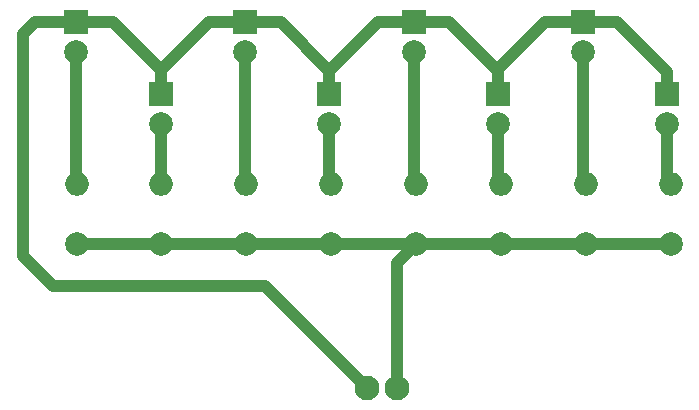
<source format=gbr>
%TF.GenerationSoftware,KiCad,Pcbnew,(6.0.1)*%
%TF.CreationDate,2023-11-08T16:04:03-05:00*%
%TF.ProjectId,Resistance1,52657369-7374-4616-9e63-65312e6b6963,rev?*%
%TF.SameCoordinates,Original*%
%TF.FileFunction,Copper,L1,Top*%
%TF.FilePolarity,Positive*%
%FSLAX46Y46*%
G04 Gerber Fmt 4.6, Leading zero omitted, Abs format (unit mm)*
G04 Created by KiCad (PCBNEW (6.0.1)) date 2023-11-08 16:04:03*
%MOMM*%
%LPD*%
G01*
G04 APERTURE LIST*
%TA.AperFunction,ComponentPad*%
%ADD10R,2.000000X2.000000*%
%TD*%
%TA.AperFunction,ComponentPad*%
%ADD11C,2.000000*%
%TD*%
%TA.AperFunction,ComponentPad*%
%ADD12O,2.000000X2.000000*%
%TD*%
%TA.AperFunction,ComponentPad*%
%ADD13C,2.100000*%
%TD*%
%TA.AperFunction,Conductor*%
%ADD14C,1.000000*%
%TD*%
%TA.AperFunction,Conductor*%
%ADD15C,0.250000*%
%TD*%
G04 APERTURE END LIST*
D10*
%TO.P,D3,1,K*%
%TO.N,Net-(D1-Pad1)*%
X180375571Y-69596000D03*
D11*
%TO.P,D3,2,A*%
%TO.N,Net-(R3-Pad2)*%
X180375571Y-72136000D03*
%TD*%
D10*
%TO.P,D5,1,K*%
%TO.N,Net-(D1-Pad1)*%
X194670713Y-69596000D03*
D11*
%TO.P,D5,2,A*%
%TO.N,Net-(R5-Pad2)*%
X194670713Y-72136000D03*
%TD*%
D10*
%TO.P,D1,1,K*%
%TO.N,Net-(D1-Pad1)*%
X166080429Y-69596000D03*
D11*
%TO.P,D1,2,A*%
%TO.N,Net-(R1-Pad2)*%
X166080429Y-72136000D03*
%TD*%
D10*
%TO.P,D8,1,K*%
%TO.N,Net-(D1-Pad1)*%
X216113429Y-75692000D03*
D11*
%TO.P,D8,2,A*%
%TO.N,Net-(R8-Pad2)*%
X216113429Y-78232000D03*
%TD*%
D10*
%TO.P,D7,1,K*%
%TO.N,Net-(D1-Pad1)*%
X208965855Y-69596000D03*
D11*
%TO.P,D7,2,A*%
%TO.N,Net-(R7-Pad2)*%
X208965855Y-72136000D03*
%TD*%
D10*
%TO.P,D6,1,K*%
%TO.N,Net-(D1-Pad1)*%
X201818284Y-75692000D03*
D11*
%TO.P,D6,2,A*%
%TO.N,Net-(R6-Pad2)*%
X201818284Y-78232000D03*
%TD*%
D10*
%TO.P,D4,1,K*%
%TO.N,Net-(D1-Pad1)*%
X187523142Y-75692000D03*
D11*
%TO.P,D4,2,A*%
%TO.N,Net-(R4-Pad2)*%
X187523142Y-78232000D03*
%TD*%
D10*
%TO.P,D2,1,K*%
%TO.N,Net-(D1-Pad1)*%
X173228000Y-75692000D03*
D11*
%TO.P,D2,2,A*%
%TO.N,Net-(R2-Pad2)*%
X173228000Y-78232000D03*
%TD*%
%TO.P,R8,1*%
%TO.N,Net-(R1-Pad1)*%
X216408000Y-88392000D03*
D12*
%TO.P,R8,2*%
%TO.N,Net-(R8-Pad2)*%
X216408000Y-83312000D03*
%TD*%
D11*
%TO.P,R7,1*%
%TO.N,Net-(R1-Pad1)*%
X209223426Y-88392000D03*
D12*
%TO.P,R7,2*%
%TO.N,Net-(R7-Pad2)*%
X209223426Y-83312000D03*
%TD*%
D11*
%TO.P,R6,1*%
%TO.N,Net-(R1-Pad1)*%
X202038855Y-88392000D03*
D12*
%TO.P,R6,2*%
%TO.N,Net-(R6-Pad2)*%
X202038855Y-83312000D03*
%TD*%
D11*
%TO.P,R5,1*%
%TO.N,Net-(R1-Pad1)*%
X194854284Y-88392000D03*
D12*
%TO.P,R5,2*%
%TO.N,Net-(R5-Pad2)*%
X194854284Y-83312000D03*
%TD*%
D11*
%TO.P,R4,1*%
%TO.N,Net-(R1-Pad1)*%
X187669713Y-88392000D03*
D12*
%TO.P,R4,2*%
%TO.N,Net-(R4-Pad2)*%
X187669713Y-83312000D03*
%TD*%
D11*
%TO.P,R3,1*%
%TO.N,Net-(R1-Pad1)*%
X180485142Y-88392000D03*
D12*
%TO.P,R3,2*%
%TO.N,Net-(R3-Pad2)*%
X180485142Y-83312000D03*
%TD*%
D11*
%TO.P,R2,1*%
%TO.N,Net-(R1-Pad1)*%
X173300571Y-88392000D03*
D12*
%TO.P,R2,2*%
%TO.N,Net-(R2-Pad2)*%
X173300571Y-83312000D03*
%TD*%
D11*
%TO.P,R1,1*%
%TO.N,Net-(R1-Pad1)*%
X166116000Y-88392000D03*
D12*
%TO.P,R1,2*%
%TO.N,Net-(R1-Pad2)*%
X166116000Y-83312000D03*
%TD*%
D13*
%TO.P,J2,1,Pin_1*%
%TO.N,Net-(D1-Pad1)*%
X190724000Y-100584000D03*
%TO.P,J2,2,Pin_2*%
%TO.N,Net-(R1-Pad1)*%
X193264000Y-100584000D03*
%TD*%
D14*
%TO.N,Net-(D1-Pad1)*%
X162560000Y-69596000D02*
X166080429Y-69596000D01*
X161544000Y-89408000D02*
X161544000Y-70612000D01*
X161544000Y-70612000D02*
X162560000Y-69596000D01*
X182088000Y-91948000D02*
X164084000Y-91948000D01*
X164084000Y-91948000D02*
X161544000Y-89408000D01*
X190724000Y-100584000D02*
X182088000Y-91948000D01*
%TO.N,Net-(R1-Pad1)*%
X193264000Y-89982284D02*
X194854284Y-88392000D01*
X193264000Y-100584000D02*
X193264000Y-89982284D01*
X209223426Y-88392000D02*
X216408000Y-88392000D01*
X202038855Y-88392000D02*
X209223426Y-88392000D01*
X194854284Y-88392000D02*
X202038855Y-88392000D01*
X187669713Y-88392000D02*
X194854284Y-88392000D01*
X180485142Y-88392000D02*
X187669713Y-88392000D01*
X173300571Y-88392000D02*
X180485142Y-88392000D01*
X166116000Y-88392000D02*
X173300571Y-88392000D01*
D15*
%TO.N,Net-(R1-Pad2)*%
X166080429Y-83276429D02*
X166116000Y-83312000D01*
D14*
X166080429Y-72136000D02*
X166080429Y-83276429D01*
%TO.N,Net-(R2-Pad2)*%
X173228000Y-78232000D02*
X173228000Y-83239429D01*
D15*
X173228000Y-83239429D02*
X173300571Y-83312000D01*
%TO.N,Net-(R3-Pad2)*%
X180375571Y-83202429D02*
X180485142Y-83312000D01*
D14*
X180375571Y-72136000D02*
X180375571Y-83202429D01*
D15*
%TO.N,Net-(R4-Pad2)*%
X187523142Y-83165429D02*
X187669713Y-83312000D01*
D14*
X187523142Y-78232000D02*
X187523142Y-83165429D01*
D15*
%TO.N,Net-(R5-Pad2)*%
X194670713Y-83128429D02*
X194854284Y-83312000D01*
D14*
X194670713Y-72136000D02*
X194670713Y-83128429D01*
D15*
%TO.N,Net-(R6-Pad2)*%
X201818284Y-83091429D02*
X202038855Y-83312000D01*
D14*
X201818284Y-78232000D02*
X201818284Y-83091429D01*
D15*
%TO.N,Net-(R7-Pad2)*%
X208965855Y-83054429D02*
X209223426Y-83312000D01*
D14*
X208965855Y-72136000D02*
X208965855Y-83054429D01*
D15*
%TO.N,Net-(R8-Pad2)*%
X216113429Y-83017429D02*
X216408000Y-83312000D01*
D14*
X216113429Y-78232000D02*
X216113429Y-83017429D01*
%TO.N,Net-(D1-Pad1)*%
X216113429Y-73873429D02*
X216113429Y-75692000D01*
X211836000Y-69596000D02*
X216113429Y-73873429D01*
X208965855Y-69596000D02*
X211836000Y-69596000D01*
X208965855Y-69596000D02*
X205740000Y-69596000D01*
X205740000Y-69596000D02*
X201676000Y-73660000D01*
X197612000Y-69596000D02*
X201676000Y-73660000D01*
D15*
X201676000Y-73660000D02*
X201818284Y-73802284D01*
D14*
X201818284Y-73802284D02*
X201818284Y-75692000D01*
X194670713Y-69596000D02*
X197612000Y-69596000D01*
X191658284Y-69596000D02*
X187523142Y-73731142D01*
X194670713Y-69596000D02*
X191658284Y-69596000D01*
X187523142Y-73731142D02*
X187523142Y-75692000D01*
X183388000Y-69596000D02*
X187523142Y-73731142D01*
X180375571Y-69596000D02*
X183388000Y-69596000D01*
X177292000Y-69596000D02*
X173228000Y-73660000D01*
X180375571Y-69596000D02*
X177292000Y-69596000D01*
X169164000Y-69596000D02*
X173228000Y-73660000D01*
X166080429Y-69596000D02*
X169164000Y-69596000D01*
X173228000Y-73660000D02*
X173228000Y-75692000D01*
%TD*%
M02*

</source>
